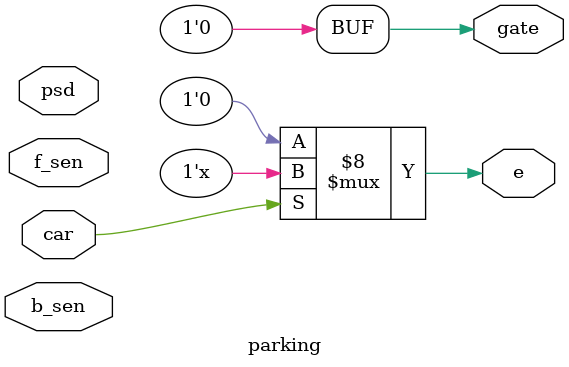
<source format=v>
module parking(f_sen,b_sen,psd,gate,e,car);


input f_sen,b_sen;
input [31:0]psd;
//sinput clk;
input car;
output reg gate,e=0;
parameter s0=3'b000,s1=3'b001,s2=3'b010,s3=3'b011,s4=3'b100;
reg [2:0]state;



always @(*)
begin

    if(car==1)
     begin
     case(state)
      
     s0:  begin
          if(f_sen==1)
          state<=s1;
          else
          begin
          gate<=0;
          state<=s0;
          end
          end
    s1:  begin
         //f_sen=0;
         if(psd==32'd1359)
         begin
         gate<=1;
         e<=1;
         state<=s2;
         end 
         else
         begin
         gate<=0;
         e<=0;
         state<=s1;
         end
         end
    s2:  begin
        // f_sen=0;psd=32'dx;
         if(b_sen==1)
         begin
        // gate=1;
         e<=1;
         state<=s0;
         end
         else
         begin
         //gate=0;
         e<=0;
         state<=s2;
         end
         end
 default:begin
         gate<=0;
         state<=s0;
         end
           
endcase
end
   else
    begin
      gate<=0;
      e<=0;
   end
end

endmodule

</source>
